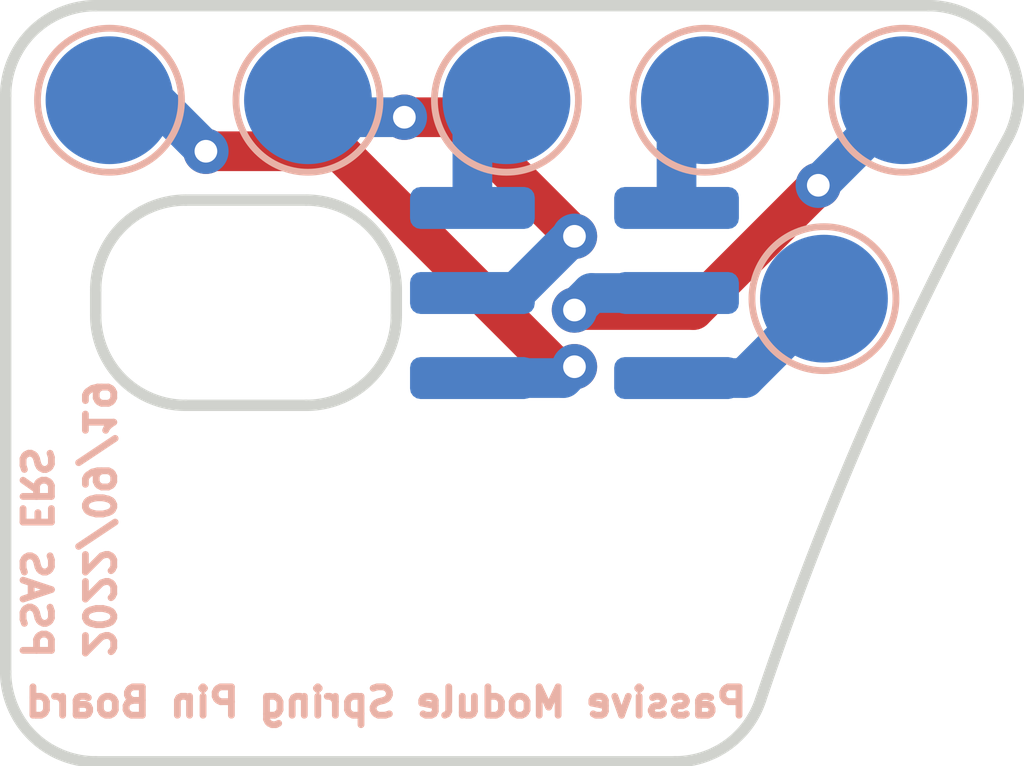
<source format=kicad_pcb>
(kicad_pcb (version 20211014) (generator pcbnew)
  (layers (0 "F.Cu" signal) (31 "B.Cu" signal) (34 "B.Paste" user) (35 "F.Paste" user) (36 "B.SilkS" user "B.Silkscreen") (37 "F.SilkS" user "F.Silkscreen") (38 "B.Mask" user) (39 "F.Mask" user) (44 "Edge.Cuts" user))
  (net 0 "")
  (net 1 "Net-(J1-Pad1)")
  (net 2 "Net-(J2-Pad1)")
  (net 3 "Net-(J3-Pad1)")
  (net 4 "Net-(J4-Pad1)")
  (net 5 "Net-(J5-Pad1)")
  (net 6 "Net-(J6-Pad1)")
  (footprint "MountingHole:MountingHole_2.2mm_M2" (layer "F.Cu") (at 179.362966 89.0575)
    (fp_text reference "REF**" hide)
    (fp_text value "MountingHole_2.2mm_M2" hide)
    (pad "" np_thru_hole circle (at 0 0) (size 2.2 2.2) (drill 2.2) (layers *.Cu *.Mask))
  )
  (footprint "MountingHole:MountingHole_2.2mm_M2" (layer "F.Cu") (at 174.275478 89.0575)
    (fp_text reference "REF**" hide)
    (fp_text value "MountingHole_2.2mm_M2" hide)
    (pad "" np_thru_hole circle (at 0 0) (size 2.2 2.2) (drill 2.2) (layers *.Cu *.Mask))
  )
  (footprint "psas-footprints:Mill-Max-1578-3-00-15-00-00-03-0" (layer "B.Cu") (at 184.5 84.7 180)
    (fp_text reference "J6" hide)
    (fp_text value "Conn_01x01_Male" hide)
    (fp_circle (center 0 0) (end 0 1.27) (layer "B.SilkS") (width 0.12) (fill none))
    (pad "1" smd circle (at 0 0 180) (size 2.254 2.254) (layers "B.Cu" "B.Paste" "B.Mask") (net 6 "Net-(J6-Pad1)"))
  )
  (footprint "psas-footprints:Mill-Max-1578-3-00-15-00-00-03-0" (layer "B.Cu") (at 175.4 81.2 180)
    (fp_text reference "J2" hide)
    (fp_text value "Conn_01x01_Male" hide)
    (fp_circle (center 0 0) (end 0 1.27) (layer "B.SilkS") (width 0.12) (fill none))
    (pad "1" smd circle (at 0 0 180) (size 2.254 2.254) (layers "B.Cu" "B.Paste" "B.Mask") (net 2 "Net-(J2-Pad1)"))
  )
  (footprint "psas-footprints:2x03_1.27mm_Wires_SMD" (layer "B.Cu") (at 180.1 84.6)
    (fp_text reference "J7" hide)
    (fp_text value "Conn_02x03_Odd_Even" hide)
    (pad "1" smd roundrect (at -1.8 1.5) (size 2.2 0.74) (layers "B.Cu" "B.Paste" "B.Mask") (net 1 "Net-(J1-Pad1)"))
    (pad "2" smd roundrect (at -1.8 0) (size 2.2 0.74) (layers "B.Cu" "B.Paste" "B.Mask") (net 2 "Net-(J2-Pad1)"))
    (pad "3" smd roundrect (at -1.8 -1.5) (size 2.2 0.74) (layers "B.Cu" "B.Paste" "B.Mask") (net 3 "Net-(J3-Pad1)"))
    (pad "4" smd roundrect (at 1.8 -1.5) (size 2.2 0.74) (layers "B.Cu" "B.Paste" "B.Mask") (net 4 "Net-(J4-Pad1)"))
    (pad "5" smd roundrect (at 1.8 0) (size 2.2 0.74) (layers "B.Cu" "B.Paste" "B.Mask") (net 5 "Net-(J5-Pad1)"))
    (pad "6" smd roundrect (at 1.8 1.5) (size 2.2 0.74) (layers "B.Cu" "B.Paste" "B.Mask") (net 6 "Net-(J6-Pad1)"))
  )
  (footprint "psas-footprints:Mill-Max-1578-3-00-15-00-00-03-0" (layer "B.Cu") (at 178.9 81.2 180)
    (fp_text reference "J3" hide)
    (fp_text value "Conn_01x01_Male" hide)
    (fp_circle (center 0 0) (end 0 1.27) (layer "B.SilkS") (width 0.12) (fill none))
    (pad "1" smd circle (at 0 0 180) (size 2.254 2.254) (layers "B.Cu" "B.Paste" "B.Mask") (net 3 "Net-(J3-Pad1)"))
  )
  (footprint "psas-footprints:Mill-Max-1578-3-00-15-00-00-03-0" (layer "B.Cu") (at 171.9 81.2 180)
    (fp_text reference "J1" hide)
    (fp_text value "Conn_01x01_Male" hide)
    (fp_circle (center 0 0) (end 0 1.27) (layer "B.SilkS") (width 0.12) (fill none))
    (pad "1" smd circle (at 0 0 180) (size 2.254 2.254) (layers "B.Cu" "B.Paste" "B.Mask") (net 1 "Net-(J1-Pad1)"))
  )
  (footprint "psas-footprints:Mill-Max-1578-3-00-15-00-00-03-0" (layer "B.Cu") (at 185.9 81.2 180)
    (fp_text reference "J5" hide)
    (fp_text value "Conn_01x01_Male" hide)
    (fp_circle (center 0 0) (end 0 1.27) (layer "B.SilkS") (width 0.12) (fill none))
    (pad "1" smd circle (at 0 0 180) (size 2.254 2.254) (layers "B.Cu" "B.Paste" "B.Mask") (net 5 "Net-(J5-Pad1)"))
  )
  (footprint "psas-footprints:Mill-Max-1578-3-00-15-00-00-03-0" (layer "B.Cu") (at 182.4 81.2 180)
    (fp_text reference "J4" hide)
    (fp_text value "Conn_01x01_Male" hide)
    (fp_circle (center 0 0) (end 0 1.27) (layer "B.SilkS") (width 0.12) (fill none))
    (pad "1" smd circle (at 0 0 180) (size 2.254 2.254) (layers "B.Cu" "B.Paste" "B.Mask") (net 4 "Net-(J4-Pad1)"))
  )
  (gr_arc (start 171.656103 92.8675) (mid 170.533571 92.402532) (end 170.068603 91.28) (layer "Edge.Cuts") (width 0.2))
  (gr_arc (start 173.243603 86.581147) (mid 172.121071 86.116179) (end 171.656103 84.993647) (layer "Edge.Cuts") (width 0.2))
  (gr_arc (start 186.343897 79.5325) (mid 187.711707 80.314238) (end 187.732406 81.889545) (layer "Edge.Cuts") (width 0.2))
  (gr_line (start 175.370897 86.581147) (end 173.243603 86.581147) (layer "Edge.Cuts") (width 0.2))
  (gr_arc (start 183.379885 91.783576) (mid 182.801931 92.568329) (end 181.874372 92.8675) (layer "Edge.Cuts") (width 0.2))
  (gr_line (start 171.656103 79.5325) (end 186.343897 79.5325) (layer "Edge.Cuts") (width 0.2))
  (gr_arc (start 175.370897 82.9615) (mid 176.493429 83.426468) (end 176.958397 84.549) (layer "Edge.Cuts") (width 0.2))
  (gr_line (start 171.656103 92.8675) (end 181.874372 92.8675) (layer "Edge.Cuts") (width 0.2))
  (gr_arc (start 176.958397 84.993647) (mid 176.493429 86.116179) (end 175.370897 86.581147) (layer "Edge.Cuts") (width 0.2))
  (gr_line (start 176.958397 84.993647) (end 176.958397 84.549) (layer "Edge.Cuts") (width 0.2))
  (gr_line (start 170.068603 81.12) (end 170.068603 91.28) (layer "Edge.Cuts") (width 0.2))
  (gr_line (start 175.370897 82.9615) (end 173.243603 82.9615) (layer "Edge.Cuts") (width 0.2))
  (gr_arc (start 170.068603 81.12) (mid 170.533571 79.997468) (end 171.656103 79.5325) (layer "Edge.Cuts") (width 0.2))
  (gr_arc (start 171.656103 84.549) (mid 172.121071 83.426468) (end 173.243603 82.9615) (layer "Edge.Cuts") (width 0.2))
  (gr_line (start 171.656103 84.993647) (end 171.656103 84.549) (layer "Edge.Cuts") (width 0.2))
  (gr_arc (start 183.379885 91.783576) (mid 185.329298 86.736767) (end 187.732406 81.889545) (layer "Edge.Cuts") (width 0.2))
  (gr_text "Passive Module Spring Pin Board" (at 183.2 91.821) (layer "B.SilkS") (effects (font (size 0.5 0.5) (thickness 0.12)) (justify left mirror)))
  (gr_text "2022/09/19" (at 171.7 91.1 270) (layer "B.SilkS") (effects (font (size 0.5 0.5) (thickness 0.12)) (justify left mirror)))
  (gr_text "PSAS ERS" (at 170.6 91.1 270) (layer "B.SilkS") (effects (font (size 0.5 0.5) (thickness 0.12)) (justify left mirror)))
  (segment (start 173.6 82.1) (end 175.956497 82.1) (width 0.7) (layer "F.Cu") (net 1))
  (segment (start 175.956497 82.1) (end 179.756497 85.9) (width 0.7) (layer "F.Cu") (net 1))
  (segment (start 180.1 85.9) (end 180.097918 85.897918) (width 0.5) (layer "F.Cu") (net 1))
  (segment (start 179.756497 85.9) (end 180.1 85.9) (width 0.7) (layer "F.Cu") (net 1))
  (via (at 173.6 82.1) (size 0.8) (drill 0.4) (layers "F.Cu" "B.Cu") (net 1))
  (via (at 180.1 85.9) (size 0.8) (drill 0.4) (layers "F.Cu" "B.Cu") (net 1))
  (segment (start 171.9 81.2) (end 172.7 81.2) (width 0.7) (layer "B.Cu") (net 1))
  (segment (start 180.1 85.9) (end 179.9 86.1) (width 0.7) (layer "B.Cu") (net 1))
  (segment (start 179.9 86.1) (end 178.3 86.1) (width 0.7) (layer "B.Cu") (net 1))
  (segment (start 172.7 81.2) (end 173.6 82.1) (width 0.7) (layer "B.Cu") (net 1))
  (segment (start 178 81.5) (end 180.1 83.6) (width 0.7) (layer "F.Cu") (net 2))
  (segment (start 177.1 81.5) (end 178 81.5) (width 0.7) (layer "F.Cu") (net 2))
  (via (at 180.1 83.6) (size 0.8) (drill 0.4) (layers "F.Cu" "B.Cu") (net 2))
  (via (at 177.1 81.5) (size 0.8) (drill 0.4) (layers "F.Cu" "B.Cu") (net 2))
  (segment (start 178.3 84.6) (end 179.056497 84.6) (width 0.7) (layer "B.Cu") (net 2))
  (segment (start 175.7 81.5) (end 175.4 81.2) (width 0.7) (layer "B.Cu") (net 2))
  (segment (start 180.056497 83.6) (end 180.1 83.6) (width 0.7) (layer "B.Cu") (net 2))
  (segment (start 179.056497 84.6) (end 180.056497 83.6) (width 0.7) (layer "B.Cu") (net 2))
  (segment (start 177.1 81.5) (end 175.7 81.5) (width 0.7) (layer "B.Cu") (net 2))
  (segment (start 178.3 83.1) (end 178.3 81.8) (width 0.7) (layer "B.Cu") (net 3))
  (segment (start 178.3 81.8) (end 178.9 81.2) (width 0.7) (layer "B.Cu") (net 3))
  (segment (start 181.9 83.1) (end 181.9 81.7) (width 0.7) (layer "B.Cu") (net 4))
  (segment (start 181.9 81.7) (end 182.4 81.2) (width 0.7) (layer "B.Cu") (net 4))
  (segment (start 184.4 82.7) (end 182.2 84.9) (width 0.7) (layer "F.Cu") (net 5))
  (segment (start 182.2 84.9) (end 180.1 84.9) (width 0.7) (layer "F.Cu") (net 5))
  (via (at 180.1 84.9) (size 0.8) (drill 0.4) (layers "F.Cu" "B.Cu") (net 5))
  (via (at 184.4 82.7) (size 0.8) (drill 0.4) (layers "F.Cu" "B.Cu") (net 5))
  (segment (start 181.9 84.6) (end 180.4 84.6) (width 0.7) (layer "B.Cu") (net 5))
  (segment (start 184.4 82.7) (end 185.9 81.2) (width 0.7) (layer "B.Cu") (net 5))
  (segment (start 180.4 84.6) (end 180.1 84.9) (width 0.7) (layer "B.Cu") (net 5))
  (segment (start 181.9 86.1) (end 183.1 86.1) (width 0.7) (layer "B.Cu") (net 6))
  (segment (start 183.1 86.1) (end 184.5 84.7) (width 0.7) (layer "B.Cu") (net 6))
)
</source>
